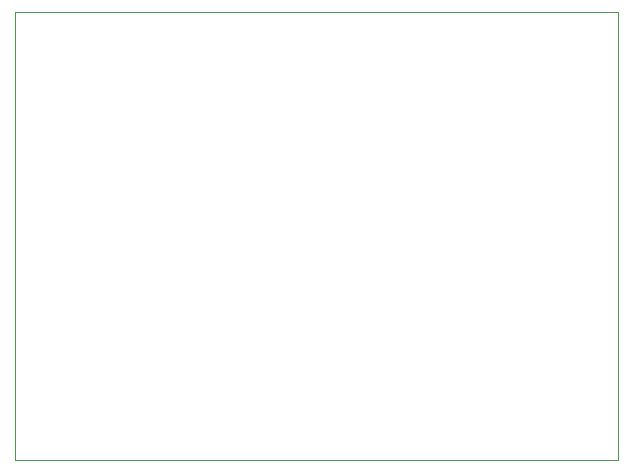
<source format=gm1>
G04 #@! TF.GenerationSoftware,KiCad,Pcbnew,7.0.7*
G04 #@! TF.CreationDate,2023-11-20T01:19:09+00:00*
G04 #@! TF.ProjectId,N2Graphics,4e324772-6170-4686-9963-732e6b696361,1.0*
G04 #@! TF.SameCoordinates,Original*
G04 #@! TF.FileFunction,Profile,NP*
%FSLAX46Y46*%
G04 Gerber Fmt 4.6, Leading zero omitted, Abs format (unit mm)*
G04 Created by KiCad (PCBNEW 7.0.7) date 2023-11-20 01:19:09*
%MOMM*%
%LPD*%
G01*
G04 APERTURE LIST*
G04 #@! TA.AperFunction,Profile*
%ADD10C,0.050000*%
G04 #@! TD*
G04 APERTURE END LIST*
D10*
X109000000Y-82000000D02*
X109000000Y-44000000D01*
X109000000Y-44000000D02*
X160000000Y-44000000D01*
X160000000Y-44000000D02*
X160000000Y-82000000D01*
X109000000Y-82000000D02*
X160000000Y-82000000D01*
M02*

</source>
